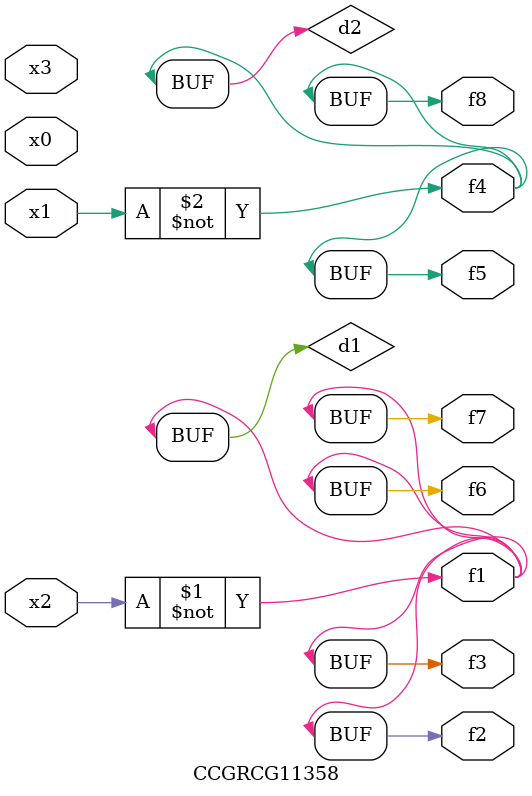
<source format=v>
module CCGRCG11358(
	input x0, x1, x2, x3,
	output f1, f2, f3, f4, f5, f6, f7, f8
);

	wire d1, d2;

	xnor (d1, x2);
	not (d2, x1);
	assign f1 = d1;
	assign f2 = d1;
	assign f3 = d1;
	assign f4 = d2;
	assign f5 = d2;
	assign f6 = d1;
	assign f7 = d1;
	assign f8 = d2;
endmodule

</source>
